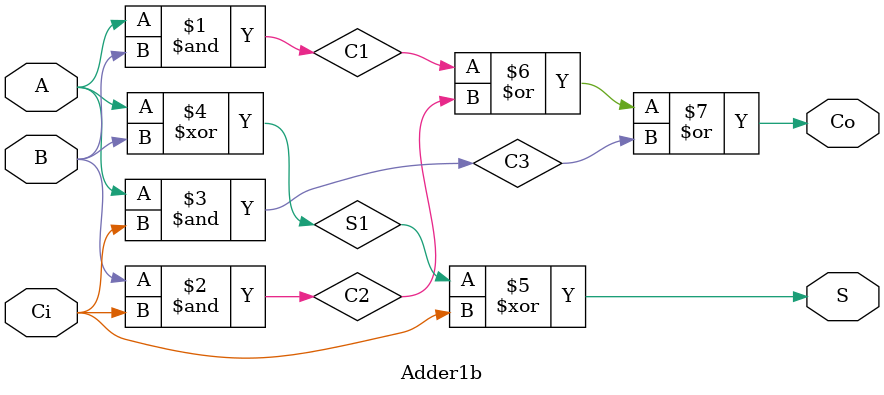
<source format=v>
`timescale 1ns / 1ps
module Adder1b(
	input wire A,B,Ci,
	output wire S,Co
    );
	 and m0(C1,A,B);
	 and m1(C2,B,Ci);
	 and m2(C3,A,Ci);
	 xor m3(S1,A,B);
	 xor m4(S,S1,Ci);
	 or m5(Co,C1,C2,C3);


endmodule


</source>
